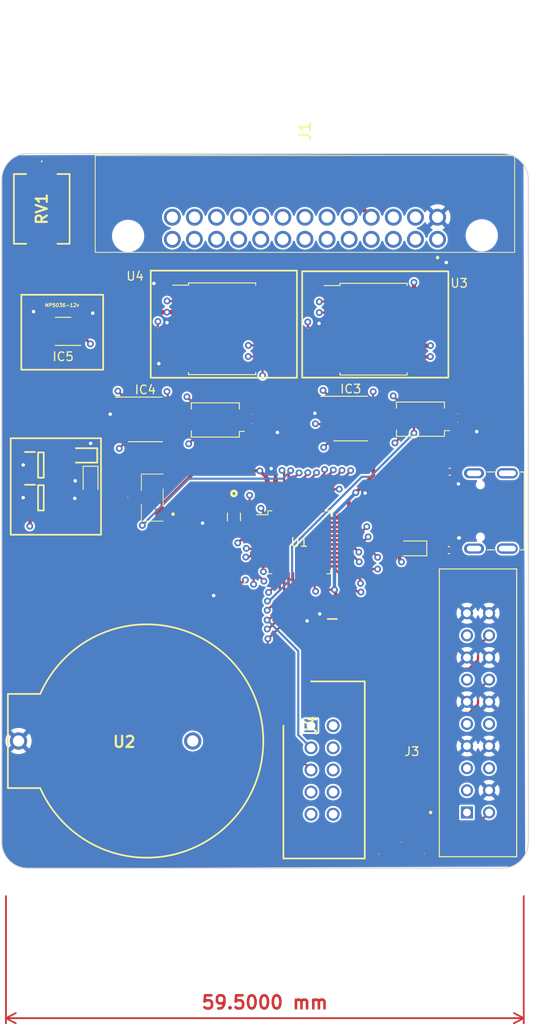
<source format=kicad_pcb>
(kicad_pcb (version 20221018) (generator pcbnew)
  (layers (0 "F.Cu" signal) (1 "In1.Cu" signal) (2 "In2.Cu" signal) (31 "B.Cu" signal) (34 "B.Paste" user) (35 "F.Paste" user) (36 "B.SilkS" user "B.Silkscreen") (37 "F.SilkS" user "F.Silkscreen") (38 "B.Mask" user) (39 "F.Mask" user) (44 "Edge.Cuts" user))
  (net 0 "")
  (net 1 "+3.3V")
  (net 2 "GND")
  (net 3 "+3.3VA")
  (net 4 "CAN2_PWR_5V")
  (net 5 "Net-(U4-BUS)")
  (net 6 "Net-(U3-BUS)")
  (net 7 "CAN1_PWR_5V")
  (net 8 "Net-(U1-PC14)")
  (net 9 "Net-(U1-PC15)")
  (net 12 "Net-(J1-Pad4)")
  (net 18 "IBUS")
  (net 29 "DBUS")
  (net 31 "Net-(J2-CC1)")
  (net 33 "USB-D-")
  (net 34 "USB-D+")
  (net 35 "Net-(J2-CC2)")
  (net 37 "VBUS")
  (net 44 "BOOT")
  (net 46 "+BATT")
  (net 47 "TMS")
  (net 48 "Net-(U1-PF0)")
  (net 49 "Net-(U1-PF1)")
  (net 50 "PA_0")
  (net 51 "PA_1")
  (net 52 "DBUS_TXD")
  (net 53 "DBUS_RXD")
  (net 54 "PB_0")
  (net 55 "PB_1")
  (net 56 "PB_2")
  (net 57 "PB_5")
  (net 58 "CAN2_RXD")
  (net 59 "CAN2_TXD")
  (net 60 "PB_6")
  (net 61 "IBUS_TXD")
  (net 62 "IBUS_RXD")
  (net 63 "Net-(J3-Pad11)")
  (net 64 "TDO")
  (net 65 "Net-(J3-Pad17)")
  (net 66 "Net-(J3-Pad19)")
  (net 67 "PB_7")
  (net 68 "PB_10")
  (net 69 "PC_13")
  (net 70 "CAN1_TXD")
  (net 71 "IBUS_ENABLE")
  (net 73 "IBUS_SEN_STA")
  (net 76 "DBUS_ENABLE")
  (net 78 "DBUS_SEN_STA")
  (net 81 "TRST")
  (net 82 "TDI")
  (net 83 "TCK")
  (net 85 "CAN1_HIGH")
  (net 86 "CAN1_LOW")
  (net 87 "CAN2_HIGH")
  (net 88 "CAN2_LOW")
  (net 90 "Net-(IC2-ADJ{slash}BYP)")
  (net 91 "12V_LIN_CORE")
  (net 92 "12V_EXTERNAL")
  (net 94 "Net-(D1-A)")
  (net 95 "CAN_CORE_ENABLE")
  (net 97 "LIN_CORE_ENABLE")
  (net 98 "USB_PULLUP")
  (net 99 "Net-(IC1-ADJ{slash}BYP)")
  (net 100 "Net-(C20-Pad1)")
  (net 101 "Net-(C21-Pad1)")
  (net 102 "Net-(R12-Pad1)")
  (net 103 "Net-(R13-Pad1)")
  (net 104 "Net-(R11-Pad1)")
  (net 105 "Net-(R10-Pad1)")
  (net 106 "Net-(D2-A2)")
  (net 107 "PA_8_LED")
  (footprint "ncore:ERJ1GJJ2R4C" (layer "F.Cu") (at 54.71 58.9287 -90)
    (fp_text reference "R5" hide)
    (fp_text value "ERJ-1GJF10R0C" hide)
  )
  (footprint "ncore:ERJ1GJJ2R4C" (layer "F.Cu") (at 65.455 117.8834 -90)
    (fp_text reference "R7" hide)
    (fp_text value "10K" hide)
  )
  (footprint "ncore:1855342" (layer "F.Cu") (at 39.12 46.99 -90)
    (fp_text reference "J1")
    (fp_text value "185534-2" hide)
  )
  (footprint "Diode_SMD:D_SOD-323" (layer "F.Cu") (at 29.7232 75.6884 -90)
    (fp_text reference "D1" hide)
    (fp_text value "1N4148WS" hide)
  )
  (footprint "ncore:CAPC1005X55N" (layer "F.Cu") (at 27.45 78.63)
    (fp_text reference "C22" hide)
    (fp_text value "10nF" hide)
  )
  (footprint "ncore:ERZHF2M220F" (layer "F.Cu") (at 24.1176 44.55 -90)
    (fp_text reference "RV1")
    (fp_text value "ERZ-HF2M220F" hide)
  )
  (footprint "ncore:CAPC1005X55N" (layer "F.Cu") (at 50.5 75.8)
    (fp_text reference "C4" hide)
    (fp_text value "100nF" hide)
  )
  (footprint "ncore:CAPC1005X55N" (layer "F.Cu") (at 45.48 83.83)
    (fp_text reference "C14" hide)
    (fp_text value "20pF" hide)
  )
  (footprint "ncore:TE_2-1761679-7" (layer "F.Cu") (at 74.2476 102.37 90)
    (fp_text reference "J3")
    (fp_text value "2-1761679-7")
  )
  (footprint "ncore:RES_ERA3AEB121V" (layer "F.Cu") (at 71 74.7)
    (fp_text reference "R2" hide)
    (fp_text value "5.1K" hide)
  )
  (footprint "ncore:SHDR10W79P254_2X5_2032X916X922P" (layer "F.Cu") (at 55.06 103.84 -90)
    (fp_text reference "J4")
    (fp_text value "2-1761603-3" hide)
  )
  (footprint "ncore:INDC2012X103N" (layer "F.Cu") (at 57.5 91.6 -90)
    (fp_text reference "L2" hide)
    (fp_text value "CE201210-27NJ" hide)
  )
  (footprint "ncore:XTAL_ECS-.327-9-34RR-TR" (layer "F.Cu") (at 46.2 79.9 -90)
    (fp_text reference "Y2" hide)
    (fp_text value "ECS-.327-9-34RR-TR" hide)
  )
  (footprint "ncore:ERJ1GJJ2R4C" (layer "F.Cu") (at 68.06 117.857 90)
    (fp_text reference "R6" hide)
    (fp_text value "10K" hide)
  )
  (footprint "ncore:CAPC1005X55N" (layer "F.Cu") (at 29.9991 58.1233 90)
    (fp_text reference "C18" hide)
    (fp_text value "10uF" hide)
  )
  (footprint "ncore:JAE_DX07S016JA1R1500" (layer "F.Cu") (at 74.5176 79.2 90)
    (fp_text reference "J2" hide)
    (fp_text value "DX07S016JA1R1500" hide)
  )
  (footprint "ncore:RES_ERA3AEB121V" (layer "F.Cu") (at 70.9 83.7)
    (fp_text reference "R1" hide)
    (fp_text value "5.1K" hide)
  )
  (footprint "ncore:CAPC1005X55N" (layer "F.Cu") (at 37.4406 60.905 -90)
    (fp_text reference "C10" hide)
    (fp_text value "100pF" hide)
  )
  (footprint "Package_SO:SOIC-16W_7.5x10.3mm_P1.27mm" (layer "F.Cu") (at 44.8406 58.305)
    (fp_text reference "U4")
    (fp_text value "~")
  )
  (footprint "ncore:CAPC1005X55N" (layer "F.Cu") (at 55.2406 53.505 90)
    (fp_text reference "C11" hide)
    (fp_text value "47uF" hide)
  )
  (footprint "ncore:CAPC1005X55N" (layer "F.Cu") (at 54.7 60.8917 -90)
    (fp_text reference "C12" hide)
    (fp_text value "100pF" hide)
  )
  (footprint "Package_TO_SOT_SMD:SOT-23-6_Handsoldering" (layer "F.Cu") (at 26.5707 58.6 180)
    (fp_text reference "IC5")
    (fp_text value "MP5036-2946184")
  )
  (footprint "ncore:ERJ1GJJ2R4C" (layer "F.Cu") (at 62.85 117.9099 90)
    (fp_text reference "R8" hide)
    (fp_text value "10K" hide)
  )
  (footprint "ncore:CAPC1005X55N" (layer "F.Cu") (at 51.02 68.6 -90)
    (fp_text reference "C21" hide)
    (fp_text value "100nF" hide)
  )
  (footprint "ncore:ERJ1GJJ2R4C" (layer "F.Cu") (at 33.34 77.64 180)
    (fp_text reference "R4" hide)
    (fp_text value "10K" hide)
  )
  (footprint "ncore:CAPC1005X55N" (layer "F.Cu") (at 27.42 74.9)
    (fp_text reference "C19" hide)
    (fp_text value "10nF" hide)
  )
  (footprint "ncore:CAPC1005X55N" (layer "F.Cu") (at 45.5084 88.8019 180)
    (fp_text reference "C7" hide)
    (fp_text value "1uF" hide)
  )
  (footprint "Package_SO:SOIC-16W_7.5x10.3mm_P1.27mm" (layer "F.Cu") (at 62.2406 58.35)
    (fp_text reference "U3")
    (fp_text value "~")
  )
  (footprint "ncore:CAPC1005X55N" (layer "F.Cu") (at 52.3217 53.8647)
    (fp_text reference "C9" hide)
    (fp_text value "1uF" hide)
  )
  (footprint "Package_QFP:LQFP-48_7x7mm_P0.5mm" (layer "F.Cu") (at 53.7207 82.8)
    (fp_text reference "U1")
    (fp_text value "STM32G474C_B-C-E_Tx" hide)
  )
  (footprint "ncore:ECS2501233BCWYTR3" (layer "F.Cu") (at 45.4884 86.2519 90)
    (fp_text reference "Y1" hide)
    (fp_text value "ECS-250-12-33B-CWY-TR3" hide)
  )
  (footprint "ncore:CJS1200TA2" (layer "F.Cu") (at 36.81 77.67 90)
    (fp_text reference "S1" hide)
    (fp_text value "CJS-1200TA2" hide)
  )
  (footprint "ncore:ERJ1GJJ2R4C" (layer "F.Cu") (at 72.6029 69.0292)
    (fp_text reference "R10" hide)
    (fp_text value "ERJ-1GJF10R0C" hide)
  )
  (footprint "ncore:SO-8_3.9x4.9mm_P1.27mm" (layer "F.Cu") (at 36.0207 68.7)
    (fp_text reference "IC4")
    (fp_text value "TJA1044VT_3Z" hide)
  )
  (footprint "ncore:CAPC1005X55N" (layer "F.Cu") (at 50.5 76.8)
    (fp_text reference "C1" hide)
    (fp_text value "4.7uF" hide)
  )
  (footprint "ncore:ERJ1GJJ2R4C" (layer "F.Cu") (at 49.0082 68.1275)
    (fp_text reference "R13" hide)
    (fp_text value "ERJ-1GJF10R0C" hide)
  )
  (footprint "ncore:SO-8_3.9x4.9mm_P1.27mm" (layer "F.Cu") (at 59.6226 68.6044)
    (fp_text reference "IC3")
    (fp_text value "TJA1044VT_3Z" hide)
  )
  (footprint "ncore:SOT95P280X145-5N" (layer "F.Cu") (at 24.0173 77.7)
    (fp_text reference "IC2" hide)
    (fp_text value "SPX3819M5-L-3-3_TR" hide)
  )
  (footprint "ncore:CAPC1005X55N" (layer "F.Cu") (at 55.52 90.3)
    (fp_text reference "C6" hide)
    (fp_text value "100nF" hide)
  )
  (footprint "ncore:CAPC1005X55N" (layer "F.Cu") (at 74.1289 68.5119 -90)
    (fp_text reference "C20" hide)
    (fp_text value "100nF" hide)
  )
  (footprint "ncore:CAPC1005X55N" (layer "F.Cu") (at 44.2 78.82 -90)
    (fp_text reference "C15" hide)
    (fp_text value "6.8pF" hide)
  )
  (footprint "ncore:CAPC1005X55N" (layer "F.Cu") (at 59.4 80.02 -90)
    (fp_text reference "C3" hide)
    (fp_text value "100nF" hide)
  )
  (footprint "Button_Switch_SMD:SW_DIP_SPSTx02_Slide_Copal_CHS-02A_W5.08mm_P1.27mm_JPin" (layer "F.Cu") (at 44.06 68.765 180)
    (fp_text reference "SW2" hide)
    (fp_text value "SW_DIP_x02" hide)
  )
  (footprint "Diode_SMD:D_SOD-323" (layer "F.Cu") (at 66.75 83.5 180)
    (fp_text reference "D2" hide)
    (fp_text value "SD05_SOD323" hide)
  )
  (footprint "ncore:1053" (layer "F.Cu") (at 36.2 105.6 180)
    (fp_text reference "U2")
    (fp_text value "1053" hide)
  )
  (footprint "ncore:CAPC1005X55N" (layer "F.Cu") (at 23.1707 58.13 90)
    (fp_text reference "C17" hide)
    (fp_text value "1uF" hide)
  )
  (footprint "ncore:CAPC1005X55N" (layer "F.Cu") (at 57.3997 89.3494 180)
    (fp_text reference "C2" hide)
    (fp_text value "100nF" hide)
  )
  (footprint "ncore:CAPC1005X55N" (layer "F.Cu") (at 44.2 81.1 90)
    (fp_text reference "C16" hide)
    (fp_text value "6.8pF" hide)
  )
  (footprint "Button_Switch_SMD:SW_DIP_SPSTx02_Slide_Copal_CHS-02A_W5.08mm_P1.27mm_JPin" (layer "F.Cu") (at 67.6352 68.6723 180)
    (fp_text reference "SW1" hide)
    (fp_text value "SW_DIP_x02" hide)
  )
  (footprint "ncore:ERJ1GJJ2R4C" (layer "F.Cu") (at 72.5899 68.0292)
    (fp_text reference "R11" hide)
    (fp_text value "ERJ-1GJF10R0C" hide)
  )
  (footprint "ncore:CAPC1005X55N" (layer "F.Cu") (at 55.5191 89.3494)
    (fp_text reference "C5" hide)
    (fp_text value "1uF" hide)
  )
  (footprint "ncore:CAPC1005X55N" (layer "F.Cu") (at 69.6853 53.905)
    (fp_text reference "C13" hide)
    (fp_text value "1uF" hide)
  )
  (footprint "ncore:CAPC1005X55N" (layer "F.Cu") (at 37.8406 53.505 90)
    (fp_text reference "C8" hide)
    (fp_text value "47uF" hide)
  )
  (footprint "ncore:ERJ1GJJ2R4C" (layer "F.Cu") (at 37.4406 58.868 -90)
    (fp_text reference "R3" hide)
    (fp_text value "ERJ-1GJF10R0C" hide)
  )
  (footprint "ncore:APT1608CGCK" (layer "F.Cu") (at 28.89 72.83 180)
    (fp_text reference "LED1" hide)
    (fp_text value "APTD1608LSECK_J3-PF" hide)
  )
  (footprint "ncore:ERJ1GJJ2R4C" (layer "F.Cu") (at 49.0082 69.1756)
    (fp_text reference "R12" hide)
    (fp_text value "ERJ-1GJF10R0C" hide)
  )
  (footprint "ncore:SOT95P280X145-5N" (layer "F.Cu") (at 24.0173 73.9424)
    (fp_text reference "IC1" hide)
    (fp_text value "SPX3819M5-L-3-3_TR" hide)
  )
  (gr_rect (start 21.7707 54.4) (end 31.1707 63) (stroke (width 0.2)) (fill none) (layer "F.SilkS"))
  (gr_rect (start 20.5507 70.862443) (end 30.924838 81.932443) (stroke (width 0.2)) (fill none) (layer "F.SilkS"))
  (gr_rect (start 54.0406 51.705) (end 70.8406 63.905) (stroke (width 0.2)) (fill none) (layer "F.SilkS"))
  (gr_rect (start 36.64 51.63) (end 53.44 63.92) (stroke (width 0.2)) (fill none) (layer "F.SilkS"))
  (gr_arc (start 22.5176 120.2) (mid 20.39628 119.32132) (end 19.5176 117.2) (stroke (width 0.1)) (layer "Edge.Cuts"))
  (gr_line (start 22.5176 38.2) (end 77.0276 38.2) (stroke (width 0.1)) (layer "Edge.Cuts"))
  (gr_line (start 80.0276 41.2) (end 80.0276 117.2) (stroke (width 0.1)) (layer "Edge.Cuts"))
  (gr_line (start 77.0276 120.2) (end 22.5176 120.2) (stroke (width 0.1)) (layer "Edge.Cuts"))
  (gr_arc (start 77.0276 38.2) (mid 79.14892 39.07868) (end 80.0276 41.2) (stroke (width 0.1)) (layer "Edge.Cuts"))
  (gr_arc (start 80.0276 117.2) (mid 79.14892 119.32132) (end 77.0276 120.2) (stroke (width 0.1)) (layer "Edge.Cuts"))
  (gr_arc (start 19.5176 41.2) (mid 20.39628 39.07868) (end 22.5176 38.2) (stroke (width 0.1)) (layer "Edge.Cuts"))
  (gr_line (start 19.5176 117.2) (end 19.5176 41.2) (stroke (width 0.1)) (layer "Edge.Cuts"))
  (gr_text "PCB 01" (at 76.6 53.2 -90) (layer "F.Cu" knockout) (effects (font (size 1.5 1.5) (thickness 0.3) bold) (justify left bottom)))
  (dimension (type aligned) (layer "F.Cu") (pts (xy 20 122.9) (xy 79.5 122.9)) (height 14.5) (gr_text "59.5000 mm" (at 49.75 135.6) (layer "F.Cu") (effects (font (size 1.5 1.5) (thickness 0.3)))) (format (prefix "") (suffix "") (units 3) (units_format 1) (precision 4)) (style (thickness 0.2) (arrow_length 1.27) (text_position_mode 0) (extension_height 0.58642) (extension_offset 0.5) keep_text_aligned))
  (segment (start 34.5784 74.6384) (end 37.96 78.02) (width 0.4) (layer "F.Cu") (net 1))
  (segment (start 60.2 77.1) (end 62.23 75.07) (width 0.4) (layer "F.Cu") (net 1))
  (segment (start 37.96 78.4698) (end 41.8298 74.6) (width 0.4) (layer "F.Cu") (net 1))
  (segment (start 56.4707 87.6407) (end 56.4707 86.9625) (width 0.25) (layer "F.Cu") (net 1))
  (segment (start 58.3932 79.54) (end 59.4 79.54) (width 0.25) (layer "F.Cu") (net 1))
  (segment (start 57.8832 80.05) (end 58.3932 79.54) (width 0.25) (layer "F.Cu") (net 1))
  (segment (start 50.02 77.6868) (end 50.02 76.8) (width 0.25) (layer "F.Cu") (net 1))
  (segment (start 59.4 79.54) (end 59.4 77.9) (width 0.4) (layer "F.Cu") (net 1))
  (segment (start 37.96 78.02) (end 37.96 78.4698) (width 0.4) (layer "F.Cu") (net 1))
  (segment (start 29.7232 74.6384) (end 29.7232 74.4882) (width 0.25) (layer "F.Cu") (net 1))
  (segment (start 57.8797 88.3715) (end 57.7529 88.2447) (width 0.4) (layer "F.Cu") (net 1))
  (segment (start 57.5 90.75) (end 57.8797 90.3703) (width 0.25) (layer "F.Cu") (net 1))
  (segment (start 57.8797 90.3703) (end 57.8797 89.3494) (width 0.4) (layer "F.Cu") (net 1))
  (segment (start 37.96 78.4698) (end 37.96 79.42) (width 0.4) (layer "F.Cu") (net 1))
  (segment (start 25.2673 72.9924) (end 27.9026 72.9924) (width 0.5) (layer "F.Cu") (net 1))
  (segment (start 57.8797 89.3494) (end 57.8797 88.3715) (width 0.4) (layer "F.Cu") (net 1))
  (segment (start 27.9026 72.9924) (end 28.065 72.83) (width 0.25) (layer "F.Cu") (net 1))
  (segment (start 57.0747 88.2447) (end 56.4707 87.6407) (width 0.25) (layer "F.Cu") (net 1))
  (segment (start 57.7529 88.2447) (end 57.0747 88.2447) (width 0.25) (layer "F.Cu") (net 1))
  (segment (start 50.02 75.8) (end 50.02 75.44) (width 0.4) (layer "F.Cu") (net 1))
  (segment (start 38.5957 70.605) (end 34.5784 74.6223) (width 0.4) (layer "F.Cu") (net 1))
  (segment (start 29.7232 74.6384) (end 34.5784 74.6384) (width 0.4) (layer "F.Cu") (net 1))
  (segment (start 62.23 70.5418) (end 62.1976 70.5094) (width 0.4) (layer "F.Cu") (net 1))
  (segment (start 50.02 75.8) (end 50.02 76.8) (width 0.4) (layer "F.Cu") (net 1))
  (segment (start 59.4 77.9) (end 60.2 77.1) (width 0.4) (layer "F.Cu") (net 1))
  (segment (start 29.7232 74.4882) (end 28.065 72.83) (width 0.4) (layer "F.Cu") (net 1))
  (segment (start 50.9707 78.6375) (end 50.02 77.6868) (width 0.25) (layer "F.Cu") (net 1))
  (segment (start 41.8298 74.6) (end 49.18 74.6) (width 0.4) (layer "F.Cu") (net 1))
  (segment (start 50.02 75.44) (end 49.18 74.6) (width 0.4) (layer "F.Cu") (net 1))
  (segment (start 34.5784 74.6223) (end 34.5784 74.6384) (width 0.4) (layer "F.Cu") (net 1))
  (segment (start 62.23 75.07) (end 62.23 70.5418) (width 0.4) (layer "F.Cu") (net 1))
  (via (at 57.7529 88.2447) (size 0.8) (drill 0.4) (layers "F.Cu" "B.Cu") (net 1))
  (via (at 49.18 74.6) (size 0.8) (drill 0.4) (layers "F.Cu" "B.Cu") (net 1))
  (via (at 60.2 77.1) (size 0.8) (drill 0.4) (layers "F.Cu" "B.Cu") (net 1))
  (segment (start 60.2 77.1) (end 57.7529 79.5471) (width 0.4) (layer "B.Cu") (net 1))
  (segment (start 57.7529 79.5471) (end 57.7529 88.2447) (width 0.4) (layer "B.Cu") (net 1))
  (segment (start 55.2406 53.025) (end 54.6052 53.025) (width 0.4) (layer "F.Cu") (net 2))
  (segment (start 57.4373 61.3717) (end 55.6282 61.3717) (width 0.4) (layer "F.Cu") (net 2))
  (segment (start 68.06 117.544) (end 67.2624 117.544) (width 0.25) (layer "F.Cu") (net 2))
  (segment (start 40.1906 58.305) (end 40.1906 58.94) (width 0.4) (layer "F.Cu") (net 2))
  (segment (start 66.8906 58.985) (end 66.8906 57.715) (width 0.5) (layer "F.Cu") (net 2))
  (segment (start 43.87 87.6703) (end 43.87 88.91) (width 0.25) (layer "F.Cu") (net 2))
  (segment (start 42.62 80.62) (end 42.6 80.6) (width 0.25) (layer "F.Cu") (net 2))
  (segment (start 70.9 50.4) (end 70.6 50.7) (width 0.25) (layer "F.Cu") (net 2))
  (segment (start 56.005 57.715) (end 55.98 57.69) (width 0.25) (layer "F.Cu") (net 2))
  (segment (start 27.93 78.5451) (end 31.6575 78.5451) (width 0.25) (layer "F.Cu") (net 2))
  (segment (start 49.4906 57.67) (end 49.9174 57.67) (width 0.25) (layer "F.Cu") (net 2))
  (segment (start 22.7673 77.7) (end 22.001372 77.7) (width 0.25) (layer "F.Cu") (net 2))
  (segment (start 55.9707 87.779295) (end 56.3148 88.123395) (width 0.25) (layer "F.Cu") (net 2))
  (segment (start 45.0284 88.8019) (end 43.9781 88.8019) (width 0.25) (layer "F.Cu") (net 2))
  (segment (start 55.6282 61.3717) (end 54.7 61.3717) (width 0.4) (layer "F.Cu") (net 2))
  (segment (start 59.35 80.55) (end 59.4 80.5) (width 0.25) (layer "F.Cu") (net 2))
  (segment (start 71.725 74.7) (end 71.725 75.825) (width 0.25) (layer "F.Cu") (net 2))
  (segment (start 56 89.3503) (end 55.9991 89.3494) (width 0.25) (layer "F.Cu") (net 2))
  (segment (start 66.8906 57.715) (end 67.3174 57.715) (width 0.25) (layer "F.Cu") (net 2))
  (segment (start 32.0124 68.065) (end 31.982041 68.095359) (width 0.25) (layer "F.Cu") (net 2))
  (segment (start 74.1289 68.9919) (end 74.1289 70.0711) (width 0.25) (layer "F.Cu") (net 2))
  (segment (start 45.96 83.83) (end 45.96 84.6235) (width 0.25) (layer "F.Cu") (net 2))
  (segment (start 54.37 56.08) (end 54.37 53.2602) (width 0.4) (layer "F.Cu") (net 2))
  (segment (start 29.715 71.465) (end 29.73 71.45) (width 0.25) (layer "F.Cu") (net 2))
  (segment (start 51.02 70.02) (end 51.2 70.2) (width 0.25) (layer "F.Cu") (net 2))
  (segment (start 54.37 53.2602) (end 54.6052 53.025) (width 0.4) (layer "F.Cu") (net 2))
  (segment (start 51.02 69.08) (end 51.02 70.02) (width 0.25) (layer "F.Cu") (net 2))
  (segment (start 65.455 118.1964) (end 64.9781 118.1964) (width 0.25) (layer "F.Cu") (net 2))
  (segment (start 27.93 78.63) (end 27.93 78.5451) (width 0.25) (layer "F.Cu") (net 2))
  (segment (start 67.3174 57.715) (end 68.205 57.715) (width 0.5) (layer "F.Cu") (net 2))
  (segment (start 27.93 78.5451) (end 27.93 77.78) (width 0.4) (layer "F.Cu") (net 2))
  (segment (start 37.8406 53.025) (end 37.075 53.025) (width 0.25) (layer "F.Cu") (net 2))
  (segment (start 23.1707 57.65) (end 23.1707 56.3307) (width 0.5) (layer "F.Cu") (net 2))
  (segment (start 69.6 45.5) (end 70.9 46.8) (width 0.25) (layer "F.Cu") (net 2))
  (segment (start 70.1653 55.7547) (end 70.1653 53.905) (width 0.5) (layer "F.Cu") (net 2))
  (segment (start 27.9 74.9) (end 27.9 75.69) (width 0.4) (layer "F.Cu") (net 2))
  (segment (start 55.7703 67.9694) (end 55.6282 67.8273) (width 0.25) (layer "F.Cu") (net 2))
  (segment (start 53.9707 86.9625) (end 53.9707 91.184014) (width 0.25) (layer "F.Cu") (net 2))
  (segment (start 40.1906 57.67) (end 40.1906 58.305) (width 0.4) (layer "F.Cu") (net 2))
  (segment (start 71.725 75.825) (end 72 76.1) (width 0.25) (layer "F.Cu") (net 2))
  (segment (start 38.57 57.67) (end 38.5 57.6) (width 0.25) (layer "F.Cu") (net 2))
  (segment (start 27.9207 57.65) (end 29.9924 57.65) (width 0.5) (layer "F.Cu") (net 2))
  (segment (start 64.9516 118.2229) (end 64.9781 118.1964) (width 0.25) (layer "F.Cu") (net 2))
  (segment (start 71.625 82.775) (end 71.625 83.7) (width 0.25) (layer "F.Cu") (net 2))
  (segment (start 31.6575 78.5451) (end 32.5626 77.64) (width 0.25) (layer "F.Cu") (net 2))
  (segment (start 49.9174 57.67) (end 51 57.67) (width 0.5) (layer "F.Cu") (net 2))
  (segment (start 54.6052 53.025) (end 53.6414 53.025) (width 0.4) (layer "F.Cu") (net 2))
  (segment (start 50.98 75.8) (end 50.98 76.8) (width 0.4) (layer "F.Cu") (net 2))
  (segment (start 22.001372 77.7) (end 21.979704 77.678332) (width 0.25) (layer "F.Cu") (net 2))
  (segment (start 29.9924 57.65) (end 29.9991 57.6433) (width 0.25) (layer "F.Cu") (net 2))
  (segment (start 40.1906 61.48) (end 40.0956 61.385) (width 0.25) (layer "F.Cu") (net 2))
  (segment (start 73.4176 76.1) (end 72 76.1) (width 0.25) (layer "F.Cu") (net 2))
  (segment (start 55.5306 67.9694) (end 55.5 68) (width 0.25) (layer "F.Cu") (net 2))
  (segment (start 27.93 77.78) (end 27.91 77.76) (width 0.25) (layer "F.Cu") (net 2))
  (segment (start 51 57.67) (end 52.8017 55.8683) (width 0.5) (layer "F.Cu") (net 2))
  (segment (start 56.9197 89.3494) (end 55.9991 89.3494) (width 0.4) (layer "F.Cu") (net 2))
  (segment (start 43.9781 88.8019) (end 43.87 88.91) (width 0.25) (layer "F.Cu") (net 2))
  (segment (start 44.2 80.62) (end 42.62 80.62) (width 0.25) (layer "F.Cu") (net 2))
  (segment (start 56.3148 89.0337) (end 55.9991 89.3494) (width 0.25) (layer "F.Cu") (net 2))
  (segment (start 55.6282 67.8273) (end 55.54 67.7391) (width 0.5) (layer "F.Cu") (net 2))
  (segment (start 37.4406 61.385) (end 37.4406 62.1706) (width 0.4) (layer "F.Cu") (net 2))
  (segment (start 72.1 82.3) (end 71.625 82.775) (width 0.25) (layer "F.Cu") (net 2))
  (segment (start 23.1707 56.3307) (end 23.17 56.33) (width 0.25) (layer "F.Cu") (net 2))
  (segment (start 62.85 118.2229) (end 64.9516 118.2229) (width 0.25) (layer "F.Cu") (net 2))
  (segment (start 45.96 84.6235) (end 46.4384 85.1019) (width 0.25) (layer "F.Cu") (net 2))
  (segment (start 53.6414 53.025) (end 52.8017 53.8647) (width 0.4) (layer "F.Cu") (net 2))
  (segment (start 44.5384 87.4019) (end 44.5384 87.0019) (width 0.25) (layer "F.Cu") (net 2))
  (segment (start 37.4406 62.1706) (end 37.57 62.3) (width 0.4) (layer "F.Cu") (net 2))
  (segment (start 56 90.3) (end 56 89.3503) (width 0.4) (layer "F.Cu") (net 2))
  (segment (start 57.5906 57.715) (end 56.005 57.715) (width 0.4) (layer "F.Cu") (net 2))
  (segment (start 45.0284 88.8019) (end 45.0284 87.8919) (width 0.25) (layer "F.Cu") (net 2))
  (segment (start 37.075 53.025) (end 37 53.1) (width 0.25) (layer "F.Cu") (net 2))
  (segment (start 61.27778 78.90222) (end 61.27778 77.153591) (width 0.4) (layer "F.Cu") (net 2))
  (segment (start 27.9 78.6) (end 27.93 78.63) (width 0.25) (layer "F.Cu") (net 2))
  (segment (start 33.4457 68.065) (end 32.0124 68.065) (width 0.25) (layer "F.Cu") (net 2))
  (segment (start 52.8017 55.8683) (end 52.8017 53.8647) (width 0.5) (layer "F.Cu") (net 2))
  (segment (start 55.54 67.7391) (end 55.54 61.4599) (width 0.4) (layer "F.Cu") (net 2))
  (segment (start 45.0284 87.8919) (end 44.5384 87.4019) (width 0.25) (layer "F.Cu") (net 2))
  (segment (start 44.5384 87.0019) (end 46.4384 85.1019) (width 0.25) (layer "F.Cu") (net 2))
  (segment (start 29.9991 56.5291) (end 29.98 56.51) (width 0.25) (layer "F.Cu") (net 2))
  (segment (start 56 90.953934) (end 56.060533 91.014467) (width 0.25) (layer "F.Cu") (net 2))
  (segment (start 46.4384 85.1019) (end 44.5384 87.0019) (width 0.25) (layer "F.Cu") (net 2))
  (segment (start 49.4906 58.94) (end 49.4906 57.67) (width 0.4) (layer "F.Cu") (net 2))
  (segment (start 55.54 61.4599) (end 55.6282 61.3717) (width 0.4) (layer "F.Cu") (net 2))
  (segment (start 51.4707 77.2907) (end 50.98 76.8) (width 0.25) (layer "F.Cu") (net 2))
  (segment (start 72.1 82.3) (end 73.4176 82.3) (width 0.25) (layer "F.Cu") (net 2))
  (segment (start 22.7673 73.9424) (end 22.001372 73.9424) (width 0.25) (layer "F.Cu") (net 2))
  (segment (start 57.5906 57.715) (end 57.5906 58.985) (width 0.5) (layer "F.Cu") (net 2))
  (segment (start 68.205 57.715) (end 70.1653 55.7547) (width 0.5) (layer "F.Cu") (net 2))
  (segment (start 40.1906 57.67) (end 38.57 57.67) (width 0.25) (layer "F.Cu") (net 2))
  (segment (start 68.06 111.0976) (end 68.06 117.544) (width 0.25) (layer "F.Cu") (net 2))
  (segment (start 27.9 75.69) (end 27.96 75.75) (width 0.25) (layer "F.Cu") (net 2))
  (segment (start 72.9776 106.18) (end 68.06 111.0976) (width 0.25) (layer "F.Cu") (net 2))
  (segment (start 74.1289 70.0711) (end 74.1 70.1) (width 0.25) (layer "F.Cu") (net 2))
  (segment (start 59.68 80.5) (end 61.27778 78.90222) (width 0.4) (layer "F.Cu") (net 2))
  (segment (start 55.9707 86.9625) (end 55.9707 87.779295) (width 0.25) (layer "F.Cu") (net 2))
  (segment (start 44.5384 87.0019) (end 43.87 87.6703) (width 0.25) (layer "F.Cu") (net 2))
  (segment (start 40.0956 61.385) (end 37.4406 61.385) (width 0.4) (layer "F.Cu") (net 2))
  (segment (start 51.4707 78.6375) (end 51.4707 77.2907) (width 0.25) (layer "F.Cu") (net 2))
  (segment (start 57.0476 67.9694) (end 55.7703 67.9694) (width 0.25) (layer "F.Cu") (net 2))
  (segment (start 66.61 118.1964) (end 65.455 118.1964) (width 0.25) (layer "F.Cu") (net 2))
  (segment (start 44.2 79.3) (end 44.2 80.62) (width 0.25) (layer "F.Cu") (net 2))
  (segment (start 53.9707 91.184014) (end 54.608857 91.822171) (width 0.25) (layer "F.Cu") (net 2))
  (segment (start 29.715 72.83) (end 29.715 71.465) (width 0.4) (layer "F.Cu") (net 2))
  (segment (start 22.001372 73.9424) (end 21.986372 73.9274) (width 0.25) (layer "F.Cu") (net 2))
  (segment (start 50.98 75.8) (end 50.98 74.84) (width 0.4) (layer "F.Cu") (net 2))
  (segment (start 56.3148 88.123395) (end 56.3148 89.0337) (width 0.25) (layer "F.Cu") (net 2))
  (segment (start 70.6 50.7) (end 70.1653 51.1347) (width 0.25) (layer "F.Cu") (net 2))
  (segment (start 29.9991 57.6433) (end 29.9991 56.5291) (width 0.5) (layer "F.Cu") (net 2))
  (segment (start 59.4 80.5) (end 59.68 80.5) (width 0.4) (layer "F.Cu") (net 2))
  (segment (start 55.98 57.69) (end 54.37 56.08) (width 0.4) (layer "F.Cu") (net 2))
  (segment (start 67.2624 117.544) (end 66.61 118.1964) (width 0.25) (layer "F.Cu") (net 2))
  (segment (start 50.98 74.84) (end 50.48 74.34) (width 0.4) (layer "F.Cu") (net 2))
  (segment (start 70.9 46.8) (end 70.9 50.4) (width 0.25) (layer "F.Cu") (net 2))
  (segment (start 33.027 77.64) (end 32.5626 77.64) (width 0.25) (layer "F.Cu") (net 2))
  (segment (start 56 90.3) (end 56 90.953934) (width 0.25) (layer "F.Cu") (net 2))
  (segment (start 70.1653 51.1347) (end 70.1653 53.905) (width 0.25) (layer "F.Cu") (net 2))
  (segment (start 57.5906 61.525) (end 57.4373 61.3717) (width 0.25) (layer "F.Cu") (net 2))
  (segment (start 55.7703 67.9694) (end 55.5306 67.9694) (width 0.25) (layer "F.Cu") (net 2))
  (segment (start 57.8832 80.55) (end 59.35 80.55) (width 0.25) (layer "F.Cu") (net 2))
  (via (at 72 76.1) (size 0.8) (drill 0.4) (layers "F.Cu" "B.Cu") (net 2))
  (via (at 61.27778 77.153591) (size 0.8) (drill 0.4) (layers "F.Cu" "B.Cu") (net 2))
  (via (at 42.6 80.6) (size 0.8) (drill 0.4) (layers "F.Cu" "B.Cu") (net 2))
  (via (at 50.48 74.34) (size 0.8) (drill 0.4) (layers "F.Cu" "B.Cu") (net 2))
  (via (at 27.96 75.75) (size 0.8) (drill 0.4) (layers "F.Cu" "B.Cu") (net 2))
  (via (at 43.87 88.91) (size 0.8) (drill 0.4) (layers "F.Cu" "B.Cu") (net 2))
  (via (at 31.982041 68.095359) (size 0.8) (drill 0.4) (layers "F.Cu" "B.Cu") (net 2))
  (via (at 54.608857 91.822171) (size 0.8) (drill 0.4) (layers "F.Cu" "B.Cu") (net 2))
  (via (at 37 53.1) (size 0.8) (drill 0.4) (layers "F.Cu" "B.Cu") (net 2))
  (via (at 72.1 82.3) (size 0.8) (drill 0.4) (layers "F.Cu" "B.Cu") (net 2))
  (via (at 27.91 77.76) (size 0.8) (drill 0.4) (layers "F.Cu" "B.Cu") (net 2))
  (via (at 29.73 71.45) (size 0.8) (drill 0.4) (layers "F.Cu" "B.Cu") (net 2))
  (via (at 23.17 56.33) (size 0.8) (drill 0.4) (layers "F.Cu" "B.Cu") (net 2))
  (via (at 55.98 57.69) (size 0.8) (drill 0.4) (layers "F.Cu" "B.Cu") (net 2))
  (via (at 55.5 68) (size 0.8) (drill 0.4) (layers "F.Cu" "B.Cu") (net 2))
  (via (at 21.979704 77.678332) (size 0.8) (drill 0.4) (layers "F.Cu" "B.Cu") (net 2))
  (via (at 56.060533 91.014467) (size 0.8) (drill 0.4) (layers "F.Cu" "B.Cu") (net 2))
  (via (at 51.2 70.2) (size 0.8) (drill 0.4) (layers "F.Cu" "B.Cu") (net 2))
  (via (at 70.6 50.7) (size 0.8) (drill 0.4) (layers "F.Cu" "B.Cu") (net 2))
  (via (at 38.5 57.6) (size 0.8) (drill 0.4) (layers "F.Cu" "B.Cu") (net 2))
  (via (at 37.57 62.3) (size 0.8) (drill 0.4) (layers "F.Cu" "B.Cu") (net 2))
  (via (at 29.98 56.51) (size 0.8) (drill 0.4) (layers "F.Cu" "B.Cu") (net 2))
  (via (at 21.986372 73.9274) (size 0.8) (drill 0.4) (layers "F.Cu" "B.Cu") (net 2))
  (via (at 74.1 70.1) (size 0.8) (drill 0.4) (layers "F.Cu" "B.Cu") (net 2))
  (segment (start 38.5 61.37) (end 38.5 57.6) (width 0.4) (layer "B.Cu") (net 2))
  (segment (start 72 76.1) (end 72 82.2) (width 0.25) (layer "B.Cu") (net 2))
  (segment (start 37.57 62.3) (end 38.5 61.37) (width 0.4) (layer "B.Cu") (net 2))
  (segment (start 56.060533 91.014467) (end 55.416561 91.014467) (width 0.25) (layer "B.Cu") (net 2))
  (segment (start 55.416561 91.014467) (end 54.608857 91.822171) (width 0.25) (layer "B.Cu") (net 2))
  (segment (start 72 82.2) (end 72.1 82.3) (width 0.25) (layer "B.Cu") (net 2))
  (segment (start 56.364695 92.45) (end 57.5 92.45) (width 0.4) (layer "F.Cu") (net 3))
  (segment (start 54.8648 88.123395) (end 54.9707 88.017495) (width 0.25) (layer "F.Cu") (net 3))
  (segment (start 55.04 90.3) (end 55.04 89.3503) (width 0.4) (layer "F.Cu") (net 3))
  (segment (start 54.8648 89.1751) (end 54.8648 88.123395) (width 0.25) (layer "F.Cu") (net 3))
  (segment (start 54.8648 89.1751) (end 55.0391 89.3494) (width 0.25) (layer "F.Cu") (net 3))
  (segment (start 54.4707 88.781) (end 54.8648 89.1751) (width 0.25) (layer "F.Cu") (net 3))
  (segment (start 55.0391 89.3494) (end 54.8648 89.1751) (width 0.25) (layer "F.Cu") (net 3))
  (segment (start 54.9707 88.017495) (end 54.9707 86.9625) (width 0.25) (layer "F.Cu") (net 3))
  (segment (start 55.208855 91.29416) (end 56.364695 92.45) (width 0.4) (layer "F.Cu") (net 3))
  (segment (start 55.04 89.3503) (end 55.0391 89.3494) (width 0.25) (layer "F.Cu") (net 3))
  (segment (start 55.208855 90.468855) (end 55.208855 91.29416) (width 0.4) (layer "F.Cu") (net 3))
  (segment (start 54.4707 86.9625) (end 54.4707 88.781) (width 0.25) (layer "F.Cu") (net 3))
  (segment (start 55.04 90.3) (end 55.208855 90.468855) (width 0.4) (layer "F.Cu") (net 3))
  (segment (start 45.0651 53.86) (end 49.4906 53.86) (width 0.25) (layer "F.Cu") (net 4))
  (segment (start 42.5251 56.4) (end 45.0651 53.86) (width 0.25) (layer "F.Cu") (net 4))
  (segment (start 32.0196 69.335) (end 33.4457 69.335) (width 0.5) (layer "F.Cu") (net 4))
  (segment (start 40.1906 56.4) (end 38.5 56.4) (width 0.5) (layer "F.Cu") (net 4))
  (segment (start 36.94 56.4) (end 31.1274 62.2126) (width 0.5) (layer "F.Cu") (net 4))
  (segment (start 31.1274 62.2126) (end 31.1274 68.4428) (width 0.5) (layer "F.Cu") (net 4))
  (segment (start 49.4906 53.86) (end 51.837 53.86) (width 0.5) (layer "F.Cu") (net 4))
  (segment (start 31.1274 68.4428) (end 32.0196 69.335) (width 0.5) (layer "F.Cu") (net 4))
  (segment (start 40.1906 56.4) (end 42.5251 56.4) (width 0.25) (layer "F.Cu") (net 4))
  (segment (start 51.837 53.86) (end 51.8417 53.8647) (width 0.25) (layer "F.Cu") (net 4))
  (segment (start 38.5 56.4) (end 36.94 56.4) (width 0.5) (layer "F.Cu") (net 4))
  (via (at 38.5 56.4) (size 0.8) (drill 0.4) (layers "F.Cu" "B.Cu") (net 4))
  (segment (start 40.1006 60.3) (end 37.5656 60.3) (width 0.4) (layer "F.Cu") (net 5))
  (segment (start 40.1906 60.21) (end 40.1006 60.3) (width 0.4) (layer "F.Cu") (net 5))
  (segment (start 40.1906 60.21) (end 39.9756 60.425) (width 0.25) (layer "F.Cu") (net 5))
  (segment (start 37.4406 60.425) (end 37.4406 59.181) (width 0.25) (layer "F.Cu") (net 5))
  (segment (start 37.5656 60.3) (end 37.4406 60.425) (width 0.4) (layer "F.Cu") (net 5))
  (segment (start 57.4339 60.4117) (end 54.7 60.4117) (width 0.4) (layer "F.Cu") (net 6))
  (segment (start 57.5906 60.255) (end 57.4339 60.4117) (width 0.25) (layer "F.Cu") (net 6))
  (segment (start 54.7 59.2517) (end 54.71 59.2417) (width 0.25) (layer "F.Cu") (net 6))
  (segment (start 54.7 60.4117) (end 54.7 59.2517) (width 0.25) (layer "F.Cu") (net 6))
  (segment (start 66.8906 52.9785) (end 66.8906 53.905) (width 0.5) (layer "F.Cu") (net 7))
  (segment (start 55.6038 69.2394) (end 55.565 69.2006) (width 0.25) (layer "F.Cu") (net 7))
  (segment (start 66.8906 53.905) (end 69.2053 53.905) (width 0.5) (layer "F.Cu") (net 7))
  (segment (start 57.0476 69.2394) (end 55.6038 69.2394) (width 0.25) (layer "F.Cu") (net 7))
  (segment (start 57.5906 56.445) (end 56 56.445) (width 0.25) (layer "F.Cu") (net 7))
  (via (at 66.8906 52.9785) (size 0.8) (drill 0.4) (layers "F.Cu" "B.Cu") (net 7))
  (via (at 56 56.445) (size 0.8) (drill 0.4) (layers "F.Cu" "B.Cu") (net 7))
  (via (at 55.565 69.2006) (size 0.8) (drill 0.4) (layers "F.Cu" "B.Cu") (net 7))
  (segment (start 44.2 78.34) (end 45.69 78.34) (width 0.25) (layer "F.Cu") (net 8))
  (segment (start 46.2 78.65) (end 48.6 81.05) (width 0.25) (layer "F.Cu") (net 8))
  (segment (start 45.69 78.34) (end 46 78.65) (width 0.25) (layer "F.Cu") (net 8))
  (segment (start 48.6 81.05) (end 49.5582 81.05) (width 0.25) (layer "F.Cu") (net 8))
  (segment (start 49.5582 81.55) (end 46.6 81.55) (width 0.25) (layer "F.Cu") (net 9))
  (segment (start 45.57 81.58) (end 46 81.15) (width 0.25) (layer "F.Cu") (net 9))
  (segment (start 46 81.15) (end 46.4 81.55) (width 0.25) (layer "F.Cu") (net 9))
  (segment (start 44.2 81.58) (end 45.57 81.58) (width 0.25) (layer "F.Cu") (net 9))
  (segment (start 46.6 81.55) (end 46.2 81.15) (width 0.25) (layer "F.Cu") (net 9))
  (segment (start 24.1176 39.7624) (end 24.1176 40.8) (width 0.5) (layer "F.Cu") (net 12))
  (segment (start 55.5 39.02) (end 24.86 39.02) (width 0.5) (layer "F.Cu") (net 12))
  (segment (start 61.98 45.5) (end 55.5 39.02) (width 0.5) (layer "F.Cu") (net 12))
  (segment (start 24.86 39.02) (end 24.1176 39.7624) (width 0.5) (layer "F.Cu") (net 12))
  (segment (start 54.71 57.551372) (end 54.679314 57.520686) (width 0.25) (layer "F.Cu") (net 18))
  (segment (start 54.71 58.6157) (end 54.71 57.551372) (width 0.25) (layer "F.Cu") (net 18))
  (via (at 54.679314 57.520686) (size 0.8) (drill 0.4) (layers "F.Cu" "B.Cu") (net 18))
  (segment (start 37.4406 58.555) (end 37.4406 57.490382) (width 0.25) (layer "F.Cu") (net 29))
  (segment (start 37.4406 57.490382) (end 37.465491 57.465491) (width 0.25) (layer "F.Cu") (net 29))
  (via (at 37.465491 57.465491) (size 0.8) (drill 0.4) (layers "F.Cu" "B.Cu") (net 29))
  (segment (start 73.4176 80.95) (end 72.225 80.95) (width 0.25) (layer "F.Cu") (net 31))
  (segment (start 72.225 80.95) (end 70.175 83) (width 0.25) (layer "F.Cu") (net 31))
  (segment (start 70.175 83) (end 70.175 83.7) (width 0.25) (layer "F.Cu") (net 31))
  (segment (start 74.55 78.45) (end 75 78.9) (width 0.2) (layer "F.Cu") (net 33))
  (segment (start 73.4176 78.45) (end 74.55 78.45) (width 0.2) (layer "F.Cu") (net 33))
  (segment (start 59.9321 81.55) (end 57.8832 81.55) (width 0.2) (layer "F.Cu") (net 33))
  (segment (start 73.4176 79.95) (end 61.5321 79.95) (width 0.2) (layer "F.Cu") (net 33))
  (segment (start 75 78.9) (end 75 79.5) (width 0.2) (layer "F.Cu") (net 33))
  (segment (start 74.55 79.95) (end 73.4176 79.95) (width 0.2) (layer "F.Cu") (net 33))
  (segment (start 75 79.5) (end 74.55 79.95) (width 0.2) (layer "F.Cu") (net 33))
  (segment (start 61.5321 79.95) (end 59.9321 81.55) (width 0.2) (layer "F.Cu") (net 33))
  (segment (start 61.4664 79.45) (end 59.8364 81.08) (width 0.2) (layer "F.Cu") (net 34))
  (segment (start 74.35 79.45) (end 73.4176 79.45) (width 0.2) (layer "F.Cu") (net 34))
  (segment (start 73.4176 79.45) (end 61.4664 79.45) (width 0.2) (layer "F.Cu") (net 34))
  (segment (start 74.35 78.95) (end 74.5 79.1) (width 0.2) (layer "F.Cu") (net 34))
  (segment (start 59.8364 81.08) (end 57.9132 81.08) (width 0.2) (layer "F.Cu") (net 34))
  (segment (start 74.5 79.1) (end 74.5 79.3) (width 0.2) (layer "F.Cu") (net 34))
  (segment (start 57.9132 81.08) (end 57.8832 81.05) (width 0.2) (layer "F.Cu") (net 34))
  (segment (start 73.4176 78.95) (end 74.35 78.95) (width 0.2) (layer "F.Cu") (net 34))
  (segment (start 74.5 79.3) (end 74.35 79.45) (width 0.2) (layer "F.Cu") (net 34))
  (segment (start 72.6326 77.95) (end 70.275 75.5924) (width 0.25) (layer "F.Cu") (net 35))
  (segment (start 70.275 75.5924) (end 70.275 74.7) (width 0.25) (layer "F.Cu") (net 35))
  (segment (start 73.4176 77.95) (end 72.6326 77.95) (width 0.25) (layer "F.Cu") (net 35))
  (segment (start 75.08 85.12) (end 69.93 85.12) (width 0.4) (layer "F.Cu") (net 37))
  (segment (start 76.1 78.89) (end 76.1 79.47) (width 0.4) (layer "F.Cu") (net 37))
  (segment (start 75.81 79.76) (end 75.81 84.39) (width 0.4) (layer "F.Cu") (net 37))
  (segment (start 76.1 79.47) (end 75.81 79.76) (width 0.4) (layer "F.Cu") (net 37))
  (segment (start 73.4176 76.85) (end 74.06 76.85) (width 0.4) (layer "F.Cu") (net 37))
  (segment (start 68.31 83.5) (end 67.8 83.5) (width 0.4) (layer "F.Cu") (net 37))
  (segment (start 76.1 79.47) (end 74.02 81.55) (width 0.4) (layer "F.Cu") (net 37))
  (segment (start 75.81 84.39) (end 75.08 85.12) (width 0.4) (layer "F.Cu") (net 37))
  (segment (start 69.93 85.12) (end 68.31 83.5) (width 0.4) (layer "F.Cu") (net 37))
  (segment (start 74.06 76.85) (end 76.1 78.89) (width 0.4) (layer "F.Cu") (net 37))
  (segment (start 74.02 81.55) (end 73.4176 81.55) (width 0.4) (layer "F.Cu") (net 37))
  (segment (start 52.6296 74.8704) (end 52.7 74.8) (width 0.25) (layer "F.Cu") (net 44))
  (segment (start 35.63 77.64) (end 35.66 77.67) (width 0.25) (layer "F.Cu") (net 44))
  (segment (start 52.688146 74.563654) (end 52.723056 74.563654) (width 0.25) (layer "F.Cu") (net 44))
  (segment (start 52.5055 74.7463) (end 52.688146 74.563654) (width 0.25) (layer "F.Cu") (net 44))
  (segment (start 35.66 77.67) (end 35.66 80.846581) (width 0.25) (layer "F.Cu") (net 44))
  (segment (start 33.653 77.64) (end 35.63 77.64) (width 0.25) (layer "F.Cu") (net 44))
  (segment (start 52.4707 75.0293) (end 52.6296 74.8704) (width 0.25) (layer "F.Cu") (net 44))
  (segment (start 52.4707 78.6375) (end 52.4707 75.0293) (width 0.25) (layer "F.Cu") (net 44))
  (segment (start 57.0476 70.5094) (end 57.0476 71.3724) (width 0.25) (layer "F.Cu") (net 44))
  (segment (start 57.0476 71.3724) (end 56.51 71.91) (width 0.25) (layer "F.Cu") (net 44))
  (segment (start 35.66 80.846581) (end 35.668419 80.855) (width 0.25) (layer "F.Cu") (net 44))
  (segment (start 52.5055 74.7463) (end 52.6296 74.8704) (width 0.25) (layer "F.Cu") (net 44))
  (segment (start 52.4707 74.7811) (end 52.5055 74.7463) (width 0.25) (layer "F.Cu") (net 44))
  (via (at 56.51 71.91) (size 0.8) (drill 0.4) (layers "F.Cu" "B.Cu") (net 44))
  (via (at 35.668419 80.855) (size 0.8) (drill 0.4) (layers "F.Cu" "B.Cu") (net 44))
  (via (at 52.723056 74.563654) (size 0.8) (drill 0.4) (layers "F.Cu" "B.Cu") (net 44))
  (segment (start 35.668419 80.855) (end 41.023819 75.4996) (width 0.25) (layer "B.Cu") (net 44))
  (segment (start 41.023819 75.4996) (end 51.8238 75.4996) (width 0.25) (layer "B.Cu") (net 44))
  (segment (start 52.723056 74.600344) (end 52.723056 74.563654) (width 0.25) (layer "B.Cu") (net 44))
  (segment (start 51.8238 75.4996) (end 52.723056 74.600344) (width 0.25) (layer "B.Cu") (net 44))
  (segment (start 49.5582 79.1582) (end 49.3 78.9) (width 0.25) (layer "F.Cu") (net 46))
  (segment (start 49.5582 80.05) (end 49.5582 79.1582) (width 0.25) (layer "F.Cu") (net 46))
  (via (at 49.3 78.9) (size 0.8) (drill 0.4) (layers "F.Cu" "B.Cu") (net 46))
  (segment (start 56.4707 78.0293) (end 57.8 76.7) (width 0.25) (layer "F.Cu") (net 47))
  (segment (start 57.8 76.7) (end 58.3 76.7) (width 0.25) (layer "F.Cu") (net 47))
  (segment (start 56.4707 78.6375) (end 56.4707 78.0293) (width 0.25) (layer "F.Cu") (net 47))
  (via (at 58.3 76.7) (size 0.8) (drill 0.4) (layers "F.Cu" "B.Cu") (net 47))
  (segment (start 49.5337 82.0255) (end 49.5582 82.05) (width 0.25) (layer "F.Cu") (net 48))
  (segment (start 44.5384 84.1719) (end 45 83.7103) (width 0.25) (layer "F.Cu") (net 48))
  (segment (start 46.2145 82.0255) (end 49.5337 82.0255) (width 0.25) (layer "F.Cu") (net 48))
  (segment (start 45 83.7103) (end 45 83.24) (width 0.25) (layer "F.Cu") (net 48))
  (segment (start 45 83.24) (end 46.2145 82.0255) (width 0.25) (layer "F.Cu") (net 48))
  (segment (start 44.5384 85.1019) (end 44.5384 84.1719) (width 0.25) (layer "F.Cu") (net 48))
  (segment (start 46.4384 87.4019) (end 47.238878 87.4019) (width 0.25) (layer "F.Cu") (net 49))
  (segment (start 45.9884 87.8519) (end 46.4384 87.4019) (width 0.25) (layer "F.Cu") (net 49))
  (segment (start 47.238878 87.4019) (end 47.5176 87.123178) (width 0.25) (layer "F.Cu") (net 49))
  (segment (start 45.9884 88.8019) (end 45.9884 87.8519) (width 0.25) (layer "F.Cu") (net 49))
  (segment (start 49.5582 82.55) (end 46.9598 82.55) (width 0.25) (layer "F.Cu") (net 49))
  (segment (start 46.9598 82.55) (end 46.6398 82.87) (width 0.25) (layer "F.Cu") (net 49))
  (via (at 47.5176 87.123178) (size 0.8) (drill 0.4) (layers "F.Cu" "B.Cu") (net 49))
  (via (at 46.6398 82.87) (size 0.8) (drill 0.4) (layers "F.Cu" "B.Cu") (net 49))
  (segment (start 47.6789 83.55) (end 49.5582 83.55) (width 0.25) (layer "F.Cu") (net 50))
  (segment (start 47.624 83.4951) (end 47.6789 83.55) (width 0.25) (layer "F.Cu") (net 50))
  (via (at 47.624 83.4951) (size 0.8) (drill 0.4) (layers "F.Cu" "B.Cu") (net 50))
  (segment (start 49.5582 84.05) (end 48.3979 84.05) (width 0.25) (layer "F.Cu") (net 51))
  (segment (start 47.9548 84.4931) (end 47.5691 84.4931) (width 0.25) (layer "F.Cu") (net 51))
  (segment (start 48.3979 84.05) (end 47.9548 84.4931) (width 0.25) (layer "F.Cu") (net 51))
  (via (at 47.5691 84.4931) (size 0.8) (drill 0.4) (layers "F.Cu" "B.Cu") (net 51))
  (segment (start 48.0457 86.625973) (end 48.46 87.040273) (width 0.25) (layer "F.Cu") (net 52))
  (segment (start 48.6186 84.55) (end 48.0457 85.1229) (width 0.25) (layer "F.Cu") (net 52))
  (segment (start 49.4906 60.21) (end 47.8586 60.21) (width 0.25) (layer "F.Cu") (net 52))
  (segment (start 48.0457 85.1229) (end 48.0457 86.625973) (width 0.25) (layer "F.Cu") (net 52))
  (segment (start 49.5582 84.55) (end 48.6186 84.55) (width 0.25) (layer "F.Cu") (net 52))
  (segment (start 48.46 87.040273) (end 48.46 87.62) (width 0.25) (layer "F.Cu") (net 52))
  (via (at 47.8586 60.21) (size 0.8) (drill 0.4) (layers "F.Cu" "B.Cu") (net 52))
  (via (at 48.46 87.62) (size 0.8) (drill 0.4) (layers "F.Cu" "B.Cu") (net 52))
  (segment (start 49.5582 85.05) (end 48.755 85.05) (width 0.25) (layer "F.Cu") (net 53))
  (segment (start 48.4957 86.1004) (end 49.6399 87.2446) (width 0.25) (layer "F.Cu") (net 53))
  (segment (start 49.4906 61.48) (end 47.8347 61.48) (width 0.25) (layer "F.Cu") (net 53))
  (segment (start 48.4957 85.3093) (end 48.4957 86.1004) (width 0.25) (layer "F.Cu") (net 53))
  (segment (start 48.755 85.05) (end 48.4957 85.3093) (width 0.25) (layer "F.Cu") (net 53))
  (segment (start 49.6399 87.2446) (end 49.6399 87.2598) (width 0.25) (layer "F.Cu") (net 53))
  (via (at 49.6399 87.2598) (size 0.8) (drill 0.4) (layers "F.Cu" "B.Cu") (net 53))
  (via (at 47.8347 61.48) (size 0.8) (drill 0.4) (layers "F.Cu" "B.Cu") (net 53))
  (segment (start 52.4707 86.9625) (end 52.4707 89.4293) (width 0.25) (layer "F.Cu") (net 54))
  (segment (start 50.18 91.72) (end 50.01 91.72) (width 0.25) (layer "F.Cu") (net 54))
  (segment (start 52.4707 89.4293) (end 50.18 91.72) (width 0.25) (layer "F.Cu") (net 54))
  (via (at 50.01 91.72) (size 0.8) (drill 0.4) (layers "F.Cu" "B.Cu") (net 54))
  (segment (start 55.06 106.38) (end 53.5954 104.9154) (width 0.25) (layer "B.Cu") (net 54))
  (segment (start 53.5954 95.2854) (end 50.03 91.72) (width 0.25) (layer "B.Cu") (net 54))
  (segment (start 53.5954 104.9154) (end 53.5954 95.2854) (width 0.25) (layer "B.Cu") (net 54))
  (segment (start 50.03 91.72) (end 50.01 91.72) (width 0.25) (layer "B.Cu") (net 54))
  (segment (start 50.1753 92.75) (end 50.03 92.75) (width 0.25) (layer "F.Cu") (net 55))
  (segment (start 52.9707 89.9546) (end 50.1753 92.75) (width 0.25) (layer "F.Cu") (net 55))
  (segment (start 52.9707 86.9625) (end 52.9707 89.9546) (width 0.25) (layer "F.Cu") (net 55))
  (via (at 50.03 92.75) (size 0.8) (drill 0.4) (layers "F.Cu" "B.Cu") (net 55))
  (segment (start 50.08 103.94) (end 50.08 93.89) (width 0.25) (layer "F.Cu") (net 56))
  (segment (start 53.4707 86.9625) (end 53.4707 90.5293) (width 0.25) (layer "F.Cu") (net 56))
  (segment (start 50.08 93.89) (end 50.1 93.87) (width 0.25) (layer "F.Cu") (net 56))
  (segment (start 53.4707 90.5293) (end 50.13 93.87) (width 0.25) (layer "F.Cu") (net 56))
  (segment (start 50.13 93.87) (end 50.1 93.87) (width 0.25) (layer "F.Cu") (net 56))
  (segment (start 55.06 108.92) (end 50.08 103.94) (width 0.25) (layer "F.Cu") (net 56))
  (via (at 50.1 93.87) (size 0.8) (drill 0.4) (layers "F.Cu" "B.Cu") (net 56))
  (segment (start 53.9707 76.565) (end 55.685215 74.850485) (width 0.25) (layer "F.Cu") (net 57))
  (segment (start 55.685215 74.850485) (end 55.685215 74.802309) (width 0.25) (layer "F.Cu") (net 57))
  (segment (start 53.9707 78.6375) (end 53.9707 76.565) (width 0.25) (layer "F.Cu") (net 57))
  (via (at 55.685215 74.802309) (size 0.8) (drill 0.4) (layers "F.Cu" "B.Cu") (net 57))
  (segment (start 57.8832 85.55) (end 57.8832 85.9732) (width 0.25) (layer "F.Cu") (net 58))
  (segment (start 33.4457 70.605) (end 33.4457 71.6043) (width 0.25) (layer "F.Cu") (net 58))
  (segment (start 57.8832 85.9732) (end 60.418677 88.508677) (width 0.25) (layer "F.Cu") (net 58))
  (segment (start 33.4457 71.6043) (end 33.02 72.03) (width 0.25) (layer "F.Cu") (net 58))
  (segment (start 60.418677 88.508677) (end 60.801468 88.508677) (width 0.25) (layer "F.Cu") (net 58))
  (via (at 60.801468 88.508677) (size 0.8) (drill 0.4) (layers "F.Cu" "B.Cu") (net 58))
  (via (at 33.02 72.03) (size 0.8) (drill 0.4) (layers "F.Cu" "B.Cu") (net 58))
  (segment (start 33.4457 66.0357) (end 32.86 65.45) (width 0.25) (layer "F.Cu") (net 59))
  (segment (start 57.8832 85.05) (end 58.7 85.05) (width 0.25) (layer "F.Cu") (net 59))
  (segment (start 58.7 85.05) (end 60.75 87.1) (width 0.25) (layer "F.Cu") (net 59))
  (segment (start 33.4457 66.795) (end 33.4457 66.0357) (width 0.25) (layer "F.Cu") (net 59))
  (segment (start 60.75 87.1) (end 60.75 87.51) (width 0.25) (layer "F.Cu") (net 59))
  (via (at 60.75 87.51) (size 0.8) (drill 0.4) (layers "F.Cu" "B.Cu") (net 59))
  (via (at 32.86 65.45) (size 0.8) (drill 0.4) (layers "F.Cu" "B.Cu") (net 59))
  (segment (start 54.620845 74.806955) (end 54.685223 74.806955) (width 0.25) (layer "F.Cu") (net 60))
  (segment (start 54.5999 74.8279) (end 54.5999 74.8101) (width 0.25) (layer "F.Cu") (net 60))
  (segment (start 53.4707 76.1546) (end 54.5999 75.0254) (width 0.25) (layer "F.Cu") (net 60))
  (segment (start 53.4707 78.6375) (end 53.4707 76.1546) (width 0.25) (layer "F.Cu") (net 60))
  (segment (start 54.5999 74.8279) (end 54.620845 74.806955) (width 0.25) (layer "F.Cu") (net 60))
  (segment (start 54.5999 75.0254) (end 54.5999 74.8279) (width 0.25) (layer "F.Cu") (net 60))
  (via (at 54.685223 74.806955) (size 0.8) (drill 0.4) (layers "F.Cu" "B.Cu") (net 60))
  (segment (start 66.8906 60.255) (end 68.765 60.255) (width 0.5) (layer "F.Cu") (net 61))
  (segment (start 68.765 60.255) (end 68.79 60.23) (width 0.25) (layer "F.Cu") (net 61))
  (segment (start 61.25 82.55) (end 61.62 82.18) (width 0.25) (layer "F.Cu") (net 61))
  (segment (start 57.8832 82.55) (end 61.25 82.55) (width 0.25) (layer "F.Cu") (net 61))
  (via (at 61.62 82.18) (size 0.8) (drill 0.4) (layers "F.Cu" "B.Cu") (net 61))
  (via (at 68.79 60.23) (size 0.8) (drill 0.4) (layers "F.Cu" "B.Cu") (net 61))
  (segment (start 57.8832 82.05) (end 60.4221 82.05) (width 0.25) (layer "F.Cu") (net 62))
  (segment (start 66.8906 61.525) (end 68.745 61.525) (width 0.4) (layer "F.Cu") (net 62))
  (segment (start 60.4221 82.05) (end 61.468703 81.003397) (width 0.25) (layer "F.Cu") (net 62))
  (segment (start 68.745 61.525) (end 68.77 61.5) (width 0.25) (layer "F.Cu") (net 62))
  (via (at 68.77 61.5) (size 0.8) (drill 0.4) (layers "F.Cu" "B.Cu") (net 62))
  (via (at 61.468703 81.003397) (size 0.8) (drill 0.4) (layers "F.Cu" "B.Cu") (net 62))
  (segment (start 75.5176 113.8) (end 71.1476 118.17) (width 0.25) (layer "F.Cu") (net 63))
  (segment (start 71.1476 118.17) (end 68.06 118.17) (width 0.25) (layer "F.Cu") (net 63))
  (segment (start 57.3755 74.8182) (end 57.3755 74.7988) (width 0.25) (layer "F.Cu") (net 64))
  (segment (start 57.375 74.7993) (end 57.3755 74.7988) (width 0.25) (layer "F.Cu") (net 64))
  (segment (start 57.3755 74.7988) (end 57.3755 74.740822) (width 0.25) (layer "F.Cu") (net 64))
  (segment (start 54.9707 77.2293) (end 57.375 74.825) (width 0.25) (layer "F.Cu") (net 64))
  (segment (start 57.3755 74.740822) (end 57.619918 74.496404) (width 0.25) (layer "F.Cu") (net 64))
  (segment (start 57.375 74.825) (end 57.375 74.7993) (width 0.25) (layer "F.Cu") (net 64))
  (segment (start 54.9707 78.6375) (end 54.9707 77.2293) (width 0.25) (layer "F.Cu") (net 64))
  (segment (start 57.375 74.825) (end 57.3755 74.8245) (width 0.25) (layer "F.Cu") (net 64))
  (via (at 57.619918 74.496404) (size 0.8) (drill 0.4) (layers "F.Cu" "B.Cu") (net 64))
  (segment (start 74.2476 101.3509) (end 73.2285 102.37) (width 0.25) (layer "F.Cu") (net 65))
  (segment (start 75.5176 98.56) (end 74.2476 99.83) (width 0.25) (layer "F.Cu") (net 65))
  (segment (start 72.7503 102.37) (end 65.455 109.6653) (width 0.25) (layer "F.Cu") (net 65))
  (segment (start 74.2476 99.83) (end 74.2476 101.3509) (width 0.25) (layer "F.Cu") (net 65))
  (segment (start 73.2285 102.37) (end 72.7503 102.37) (width 0.25) (layer "F.Cu") (net 65))
  (segment (start 65.455 109.6653) (end 65.455 117.5704) (width 0.25) (layer "F.Cu") (net 65))
  (segment (start 62.85 107.1903) (end 62.85 117.5969) (width 0.25) (layer "F.Cu") (net 66))
  (segment (start 74.2476 94.75) (end 74.2476 96.2709) (width 0.25) (layer "F.Cu") (net 66))
  (segment (start 75.5176 93.48) (end 74.2476 94.75) (width 0.25) (layer "F.Cu") (net 66))
  (segment (start 72.7503 97.29) (end 62.85 107.1903) (width 0.25) (layer "F.Cu") (net 66))
  (segment (start 74.2476 96.2709) (end 73.2285 97.29) (width 0.25) (layer "F.Cu") (net 66))
  (segment (start 73.2285 97.29) (end 72.7503 97.29) (width 0.25) (layer "F.Cu") (net 66))
  (segment (start 53.7 74.8218) (end 53.7 74.7984) (width 0.25) (layer "F.Cu") (net 67))
  (segment (start 53.7 74.8253) (end 53.7 74.8218) (width 0.25) (layer "F.Cu") (net 67))
  (segment (start 53.698573 74.8218) (end 53.685607 74.834766) (width 0.25) (layer "F.Cu") (net 67))
  (segment (start 52.9707 78.6375) (end 52.9707 75.5546) (width 0.25) (layer "F.Cu") (net 67))
  (segment (start 52.9707 75.5546) (end 53.7 74.8253) (width 0.25) (layer "F.Cu") (net 67))
  (segment (start 53.7 74.8218) (end 53.698573 74.8218) (width 0.25) (layer "F.Cu") (net 67))
  (via (at 53.685607 74.834766) (size 0.8) (drill 0.4) (layers "F.Cu" "B.Cu") (net 67))
  (segment (start 55.4707 88.3046) (end 55.5898 88.4237) (width 0.25) (layer "F.Cu") (net 68))
  (segment (start 55.4707 86.9625) (end 55.4707 88.3046) (width 0.25) (layer "F.Cu") (net 68))
  (via (at 55.5898 88.4237) (size 0.8) (drill 0.4) (layers "F.Cu" "B.Cu") (net 68))
  (segment (start 48 79.795) (end 48 77.4) (width 0.25) (layer "F.Cu") (net 69))
  (segment (start 48.755 80.55) (end 48 79.795) (width 0.25) (layer "F.Cu") (net 69))
  (segment (start 49.5582 80.55) (end 48.755 80.55) (width 0.25) (layer "F.Cu") (net 69))
  (via (at 48 77.4) (size 0.8) (drill 0.4) (layers "F.Cu" "B.Cu") (net 69))
  (segment (start 57.0476 66.6994) (end 57.0476 65.9776) (width 0.25) (layer "F.Cu") (net 70))
  (segment (start 51.9707 74.791504) (end 51.723246 74.54405) (width 0.25) (layer "F.Cu") (net 70))
  (segment (start 57.0476 65.9776) (end 56.44 65.37) (width 0.25) (layer "F.Cu") (net 70))
  (segment (start 51.9707 78.6375) (end 51.9707 74.791504) (width 0.25) (layer "F.Cu") (net 70))
  (via (at 51.723246 74.54405) (size 0.8) (drill 0.4) (layers "F.Cu" "B.Cu") (net 70))
  (via (at 56.44 65.37) (size 0.8) (drill 0.4) (layers "F.Cu" "B.Cu") (net 70))
  (segment (start 49.5582 85.55) (end 49.5582 86.1376) (width 0.25) (layer "F.Cu") (net 71))
  (segment (start 56.025 55.175) (end 56 55.2) (width 0.25) (layer "F.Cu") (net 71))
  (segment (start 57.5906 55.175) (end 56.025 55.175) (width 0.25) (layer "F.Cu") (net 71))
  (segment (start 49.5582 86.1376) (end 49.5868 86.1662) (width 0.25) (layer "F.Cu") (net 71))
  (via (at 56 55.2) (size 0.8) (drill 0.4) (layers "F.Cu" "B.Cu") (net 71))
  (via (at 49.5868 86.1662) (size 0.8) (drill 0.4) (layers "F.Cu" "B.Cu") (net 71))
  (segment (start 66.8906 62.795) (end 66.8906 70.2707) (width 0.25) (layer "F.Cu") (net 73))
  (segment (start 51.4707 86.9625) (end 51.4707 88.2971) (width 0.25) (layer "F.Cu") (net 73))
  (segment (start 51.4707 88.2971) (end 50.227553 89.540247) (width 0.25) (layer "F.Cu") (net 73))
  (segment (start 50.227553 89.540247) (end 50.054447 89.540247) (width 0.25) (layer "F.Cu") (net 73))
  (via (at 50.054447 89.540247) (size 0.8) (drill 0.4) (layers "F.Cu" "B.Cu") (net 73))
  (via (at 66.8906 70.2707) (size 0.8) (drill 0.4) (layers "F.Cu" "B.Cu") (net 73))
  (segment (start 60.9022 75.285) (end 52.8861 83.3011) (width 0.25) (layer "B.Cu") (net 73))
  (segment (start 66.8906 70.2707) (end 61.8763 75.285) (width 0.25) (layer "B.Cu") (net 73))
  (segment (start 52.8861 86.8947) (end 50.240553 89.540247) (width 0.25) (layer "B.Cu") (net 73))
  (segment (start 52.8861 83.3011) (end 52.8861 86.8947) (width 0.25) (layer "B.Cu") (net 73))
  (segment (start 61.8763 75.285) (end 60.9022 75.285) (width 0.25) (layer "B.Cu") (net 73))
  (segment (start 50.240553 89.540247) (end 50.054447 89.540247) (width 0.25) (layer "B.Cu") (net 73))
  (segment (start 50.9707 87.761688) (end 50.183749 88.548639) (width 0.25) (layer "F.Cu") (net 76))
  (segment (start 40.1906 55.13) (end 38.53319 55.13) (width 0.25) (layer "F.Cu") (net 76))
  (segment (start 38.53319 55.13) (end 38.513902 55.110712) (width 0.25) (layer "F.Cu") (net 76))
  (segment (start 50.9707 86.9625) (end 50.9707 87.761688) (width 0.25) (layer "F.Cu") (net 76))
  (via (at 38.513902 55.110712) (size 0.8) (drill 0.4) (layers "F.Cu" "B.Cu") (net 76))
  (via (at 50.183749 88.548639) (size 0.8) (drill 0.4) (layers "F.Cu" "B.Cu") (net 76))
  (segment (start 49.4906 63.6576) (end 49.4906 62.75) (width 0.25) (layer "F.Cu") (net 78))
  (segment (start 51.9707 86.9625) (end 51.9707 88.6493) (width 0.25) (layer "F.Cu") (net 78))
  (segment (start 51.9707 88.6493) (end 50.02 90.6) (width 0.25) (layer "F.Cu") (net 78))
  (via (at 49.4906 63.6576) (size 0.8) (drill 0.4) (layers "F.Cu" "B.Cu") (net 78))
  (via (at 50.02 90.6) (size 0.8) (drill 0.4) (layers "F.Cu" "B.Cu") (net 78))
  (segment (start 54.4707 77.042129) (end 56.621005 74.891824) (width 0.25) (layer "F.Cu") (net 81))
  (segment (start 54.4707 78.6375) (end 54.4707 77.042129) (width 0.25) (layer "F.Cu") (net 81))
  (segment (start 56.621005 74.891824) (end 56.621005 74.449743) (width 0.25) (layer "F.Cu") (net 81))
  (via (at 56.621005 74.449743) (size 0.8) (drill 0.4) (layers "F.Cu" "B.Cu") (net 81))
  (segment (start 57.9486 75.2492) (end 58.3736 74.8241) (width 0.25) (layer "F.Cu") (net 82))
  (segment (start 58.3736 74.7014) (end 58.3736 74.5665) (width 0.25) (layer "F.Cu") (net 82))
  (segment (start 58.3736 74.8241) (end 58.3736 74.7283) (width 0.25) (layer "F.Cu") (net 82))
  (segment (start 58.3736 74.7283) (end 58.3736 74.7014) (width 0.25) (layer "F.Cu") (net 82))
  (segment (start 57.8605 75.2492) (end 57.9486 75.2492) (width 0.25) (layer "F.Cu") (net 82))
  (segment (start 55.4707 77.639) (end 57.8605 75.2492) (width 0.25) (layer "F.Cu") (net 82))
  (segment (start 55.4707 78.6375) (end 55.4707 77.639) (width 0.25) (layer "F.Cu") (net 82))
  (segment (start 58.3736 74.7283) (end 58.3736 74.7014) (width 0.25) (layer "F.Cu") (net 82))
  (via (at 58.618947 74.5405) (size 0.8) (drill 0.4) (layers "F.Cu" "B.Cu") (net 82))
  (segment (start 55.9707 78.6375) (end 55.9707 77.8293) (width 0.25) (layer "F.Cu") (net 83))
  (segment (start 55.9707 77.8293) (end 58.1008 75.6992) (width 0.25) (layer "F.Cu") (net 83))
  (segment (start 58.5143 75.6992) (end 59.5511 74.6624) (width 0.25) (layer "F.Cu") (net 83))
  (segment (start 59.5511 74.6624) (end 59.5511 74.6564) (width 0.25) (layer "F.Cu") (net 83))
  (segment (start 59.5511 74.6564) (end 59.618749 74.588751) (width 0.25) (layer "F.Cu") (net 83))
  (segment (start 58.1008 75.6992) (end 58.5143 75.6992) (width 0.25) (layer "F.Cu") (net 83))
  (segment (start 59.618749 74.588751) (end 59.618749 74.560496) (width 0.25) (layer "F.Cu") (net 83))
  (segment (start 59.5511 74.6564) (end 59.5511 74.5577) (width 0.25) (layer "F.Cu") (net 83))
  (via (at 59.618749 74.560496) (size 0.8) (drill 0.4) (layers "F.Cu" "B.Cu") (net 83))
  (segment (start 62.1976 67.9694) (end 62.2655 68.0373) (width 0.25) (layer "F.Cu") (net 85))
  (segment (start 65.0952 66.5952) (end 64.5 66) (width 0.25) (layer "F.Cu") (net 85))
  (segment (start 65.0952 68.0373) (end 65.0952 66.5952) (width 0.25) (layer "F.Cu") (net 85))
  (segment (start 62.2655 68.0373) (end 65.0952 68.0373) (width 0.25) (layer "F.Cu") (net 85))
  (via (at 64.5 66) (size 0.8) (drill 0.4) (layers "F.Cu" "B.Cu") (net 85))
  (segment (start 62.2655 69.3073) (end 65.0952 69.3073) (width 0.25) (layer "F.Cu") (net 86))
  (segment (start 65.0952 71.0048) (end 64.7 71.4) (width 0.25) (layer "F.Cu") (net 86))
  (segment (start 65.0952 69.3073) (end 65.0952 71.0048) (width 0.25) (layer "F.Cu") (net 86))
  (segment (start 62.1976 69.2394) (end 62.2655 69.3073) (width 0.25) (layer "F.Cu") (net 86))
  (via (at 64.7 71.4) (size 0.8) (drill 0.4) (layers "F.Cu" "B.Cu") (net 86))
  (segment (start 38.5957 68.065) (end 38.6607 68.13) (width 0.25) (layer "F.Cu") (net 87))
  (segment (start 41.52 66.82) (end 40.8 66.1) (width 0.25) (layer "F.Cu") (net 87))
  (segment (start 38.6607 68.13) (end 41.52 68.13) (width 0.25) (layer "F.Cu") (net 87))
  (segment (start 41.52 68.13) (end 41.52 66.82) (width 0.25) (layer "F.Cu") (net 87))
  (via (at 40.8 66.1) (size 0.8) (drill 0.4) (layers "F.Cu" "B.Cu") (net 87))
  (segment (start 41.52 69.4) (end 41.52 70.98) (width 0.25) (layer "F.Cu") (net 88))
  (segment (start 41.52 70.98) (end 41 71.5) (width 0.25) (layer "F.Cu") (net 88))
  (segment (start 38.5957 69.335) (end 38.6607 69.4) (width 0.25) (layer "F.Cu") (net 88))
  (segment (start 38.6607 69.4) (end 41.52 69.4) (width 0.25) (layer "F.Cu") (net 88))
  (via (at 41 71.5) (size 0.8) (drill 0.4) (layers "F.Cu" "B.Cu") (net 88))
  (segment (start 26.97 78.63) (end 25.2873 78.63) (width 0.5) (layer "F.Cu") (net 90))
  (segment (start 25.2873 78.63) (end 25.2673 78.65) (width 0.25) (layer "F.Cu") (net 90))
  (segment (start 32.4123 58.6033) (end 29.9991 58.6033) (width 0.5) (layer "F.Cu") (net 91))
  (segment (start 41.7556 52.295) (end 56.0006 52.295) (width 0.5) (layer "F.Cu") (net 91))
  (segment (start 37.0306 53.985) (end 32.4123 58.6033) (width 0.5) (layer "F.Cu") (net 91))
  (segment (start 56.0006 53.755) (end 55.7706 53.985) (width 0.5) (layer "F.Cu") (net 91))
  (segment (start 57.5106 53.985) (end 57.5906 53.905) (width 0.25) (layer "F.Cu") (net 91))
  (segment (start 40.0656 53.985) (end 40.1906 53.86) (width 0.5) (layer "F.Cu") (net 91))
  (segment (start 37.8406 53.985) (end 37.0306 53.985) (width 0.5) (layer "F.Cu") (net 91))
  (segment (start 37.8406 53.985) (end 40.0656 53.985) (width 0.5) (layer "F.Cu") (net 91))
  (segment (start 56.0006 52.295) (end 56.0006 53.755) (width 0.5) (layer "F.Cu") (net 91))
  (segment (start 55.2406 53.985) (end 57.5106 53.985) (width 0.5) (layer "F.Cu") (net 91))
  (segment (start 27.9207 58.6) (end 29.0276 58.6) (width 0.5) (layer "F.Cu") (net 91))
  (segment (start 29.9991 58.6033) (end 29.0309 58.6033) (width 0.5) (layer "F.Cu") (net 91))
  (segment (start 29.0309 58.6033) (end 29.0276 58.6) (width 0.25) (layer "F.Cu") (net 91))
  (segment (start 55.7706 53.985) (end 55.2406 53.985) (width 0.5) (layer "F.Cu") (net 91))
  (segment (start 40.1906 53.86) (end 41.7556 52.295) (width 0.5) (layer "F.Cu") (net 91))
  (segment (start 23.17 58.6107) (end 23.17 71.6) (width 0.5) (layer "F.Cu") (net 92))
  (segment (start 23.1707 58.61) (end 23.17 58.6107) (width 0.5) (layer "F.Cu") (net 92))
  (segment (start 25.2207 58.6) (end 24.1138 58.6) (width 0.5) (layer "F.Cu") (net 92))
  (segment (start 21.186372 73.596029) (end 21.186372 74.258771) (width 0.4) (layer "F.Cu") (net 92))
  (segment (start 23.1707 58.61) (end 22.6107 58.61) (width 0.5) (layer "F.Cu") (net 92))
  (segment (start 21.186372 74.258771) (end 21.820001 74.8924) (width 0.4) (layer "F.Cu") (net 92))
  (segment (start 24.1138 58.6) (end 23.6792 58.6) (width 0.5) (layer "F.Cu") (net 92))
  (segment (start 23.6792 58.6) (end 23.6692 58.61) (width 0.5) (layer "F.Cu") (net 92))
  (segment (start 22.7673 72.0027) (end 22.7673 72.9924) (width 0.5) (layer "F.Cu") (net 92))
  (segment (start 21.820001 74.8924) (end 22.7673 74.8924) (width 0.4) (layer "F.Cu") (net 92))
  (segment (start 20.7 56.6993) (end 20.7 51.3) (width 0.5) (layer "F.Cu") (net 92))
  (segment (start 21.79 72.9924) (end 21.186372 73.596029) (width 0.4) (layer "F.Cu") (net 92))
  (segment (start 22.7673 72.9924) (end 21.79 72.9924) (width 0.4) (layer "F.Cu") (net 92))
  (segment (start 23.17 71.6) (end 22.7673 72.0027) (width 0.5) (layer "F.Cu") (net 92))
  (segment (start 23.1707 58.61) (end 23.6692 58.61) (width 0.5) (layer "F.Cu") (net 92))
  (segment (start 23.7 48.3) (end 24.1176 48.3) (width 0.5) (layer "F.Cu") (net 92))
  (segment (start 20.7 51.3) (end 23.7 48.3) (width 0.5) (layer "F.Cu") (net 92))
  (segment (start 22.6107 58.61) (end 20.7 56.6993) (width 0.5) (layer "F.Cu") (net 92))
  (segment (start 29.7116 76.75) (end 29.7232 76.7384) (width 0.25) (layer "F.Cu") (net 94))
  (segment (start 25.2673 76.75) (end 29.7116 76.75) (width 0.4) (layer "F.Cu") (net 94))
  (segment (start 38.5957 66.795) (end 38.5957 65.5857) (width 0.25) (layer "F.Cu") (net 95))
  (segment (start 57.8832 84.05) (end 59.601694 84.05) (width 0.25) (layer "F.Cu") (net 95))
  (segment (start 62.1976 65.5124) (end 62.2 65.51) (width 0.25) (layer "F.Cu") (net 95))
  (segment (start 62.1976 66.6994) (end 62.1976 65.5124) (width 0.25) (layer "F.Cu") (net 95))
  (segment (start 59.601694 84.05) (end 60.592608 85.040914) (width 0.25) (layer "F.Cu") (net 95))
  (segment (start 38.5957 65.5857) (end 38.51 65.5) (width 0.25) (layer "F.Cu") (net 95))
  (via (at 60.592608 85.040914) (size 0.8) (drill 0.4) (layers "F.Cu" "B.Cu") (net 95))
  (via (at 62.2 65.51) (size 0.8) (drill 0.4) (layers "F.Cu" "B.Cu") (net 95))
  (via (at 38.51 65.5) (size 0.8) (drill 0.4) (layers "F.Cu" "B.Cu") (net 95))
  (segment (start 60.1805 83.55) (end 60.5527 83.9222) (width 0.25) (layer "F.Cu") (net 97))
  (segment (start 57.8832 83.55) (end 60.1805 83.55) (width 0.25) (layer "F.Cu") (net 97))
  (segment (start 27.9207 59.55) (end 29.23 59.55) (width 0.3) (layer "F.Cu") (net 97))
  (segment (start 29.23 59.55) (end 29.71 60.03) (width 0.3) (layer "F.Cu") (net 97))
  (via (at 29.71 60.03) (size 0.8) (drill 0.4) (layers "F.Cu" "B.Cu") (net 97))
  (via (at 60.5527 83.9222) (size 0.8) (drill 0.4) (layers "F.Cu" "B.Cu") (net 97))
  (segment (start 57.8832 84.55) (end 59.0247 84.55) (width 0.25) (layer "F.Cu") (net 98))
  (segment (start 59.0247 84.55) (end 60.3447 85.87) (width 0.25) (layer "F.Cu") (net 98))
  (segment (start 60.3447 85.87) (end 62.71 85.87) (width 0.25) (layer "F.Cu") (net 98))
  (via (at 62.71 85.87) (size 0.8) (drill 0.4) (layers "F.Cu" "B.Cu") (net 98))
  (segment (start 26.9324 74.8924) (end 26.94 74.9) (width 0.25) (layer "F.Cu") (net 99))
  (segment (start 25.2673 74.8924) (end 26.9324 74.8924) (width 0.5) (layer "F.Cu") (net 99))
  (segment (start 72.9029 68.0292) (end 74.1262 68.0292) (width 0.25) (layer "F.Cu") (net 100))
  (segment (start 74.1262 68.0292) (end 74.1289 68.0319) (width 0.25) (layer "F.Cu") (net 100))
  (segment (start 72.9159 69.0292) (end 72.9159 68.5191) (width 0.25) (layer "F.Cu") (net 100))
  (segment (start 72.9029 68.0292) (end 72.9029 68.5061) (width 0.25) (layer "F.Cu") (net 100))
  (segment (start 72.9159 68.5191) (end 72.9029 68.5061) (width 0.25) (layer "F.Cu") (net 100))
  (segment (start 49.3212 69.1756) (end 49.3212 68.1275) (width 0.25) (layer "F.Cu") (net 101))
  (segment (start 51.0125 68.1275) (end 51.02 68.12) (width 0.25) (layer "F.Cu") (net 101))
  (segment (start 49.3212 68.1275) (end 51.0125 68.1275) (width 0.25) (layer "F.Cu") (net 101))
  (segment (start 46.8244 69.1756) (end 46.6 69.4) (width 0.25) (layer "F.Cu") (net 102))
  (segment (start 48.6952 69.1756) (end 46.8244 69.1756) (width 0.25) (layer "F.Cu") (net 102))
  (segment (start 48.6952 68.1275) (end 46.6025 68.1275) (width 0.25) (layer "F.Cu") (net 103))
  (segment (start 46.6025 68.1275) (end 46.6 68.13) (width 0.25) (layer "F.Cu") (net 103))
  (segment (start 72.2688 68.0373) (end 72.2769 68.0292) (width 0.25) (layer "F.Cu") (net 104))
  (segment (start 70.1752 68.0373) (end 72.2688 68.0373) (width 0.25) (layer "F.Cu") (net 104))
  (segment (start 72.0118 69.3073) (end 72.2899 69.0292) (width 0.25) (layer "F.Cu") (net 105))
  (segment (start 70.1752 69.3073) (end 72.0118 69.3073) (width 0.25) (layer "F.Cu") (net 105))
  (segment (start 65.24 84.85) (end 65.45 85.06) (width 0.4) (layer "F.Cu") (net 106))
  (segment (start 21.820001 78.65) (end 22.7673 78.65) (width 0.4) (layer "F.Cu") (net 106))
  (segment (start 22.7673 76.75) (end 21.776665 76.75) (width 0.4) (layer "F.Cu") (net 106))
  (segment (start 21.776665 76.75) (end 21.179704 77.346961) (width 0.4) (layer "F.Cu") (net 106))
  (segment (start 21.179704 77.346961) (end 21.179704 78.009703) (width 0.4) (layer "F.Cu") (net 106))
  (segment (start 65.7 83.5) (end 65.24 83.96) (width 0.4) (layer "F.Cu") (net 106))
  (segment (start 22.7673 80.9227) (end 22.74 80.95) (width 0.25) (layer "F.Cu") (net 106))
  (segment (start 21.179704 78.009703) (end 21.820001 78.65) (width 0.4) (layer "F.Cu") (net 106))
  (segment (start 22.7673 78.65) (end 22.7673 80.9227) (width 0.4) (layer "F.Cu") (net 106))
  (segment (start 65.24 83.96) (end 65.24 84.85) (width 0.4) (layer "F.Cu") (net 106))
  (via (at 65.45 85.06) (size 0.8) (drill 0.4) (layers "F.Cu" "B.Cu") (net 106))
  (via (at 22.74 80.95) (size 0.8) (drill 0.4) (layers "F.Cu" "B.Cu") (net 106))
  (segment (start 57.8832 83.05) (end 61.25 83.05) (width 0.25) (layer "F.Cu") (net 107))
  (segment (start 61.25 83.05) (end 62.72 84.52) (width 0.25) (layer "F.Cu") (net 107))
  (via (at 62.72 84.52) (size 0.8) (drill 0.4) (layers "F.Cu" "B.Cu") (net 107))
  (zone (net 2) (net_name "GND") (layer "B.Cu") (name "MAINZONE") (connect_pads (clearance 0)) (min_thickness 0.25) (fill yes (thermal_gap 0.5) (thermal_bridge_width 0.5))
    (polygon (pts (xy 19.3176 38.4) (xy 79.4676 38.21) (xy 79.6676 120.01) (xy 19.5176 120.2)))
  )
)
</source>
